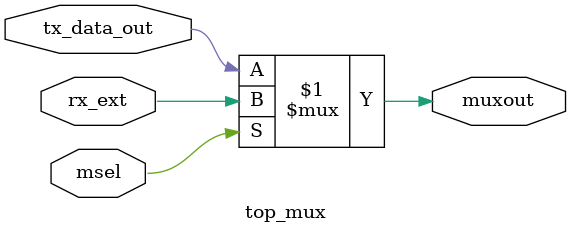
<source format=sv>
module top_mux(msel,tx_data_out,rx_ext,muxout);
  input msel,tx_data_out,rx_ext;
  output muxout;
  
  
 assign muxout=msel?rx_ext:tx_data_out;
  
  /*always @ (*) begin
   case (msel)
     1'b0 : muxout=tx_data_out;
     1'b1 : muxout=rx_ext;
   endcase        
  end*/
  
endmodule

</source>
